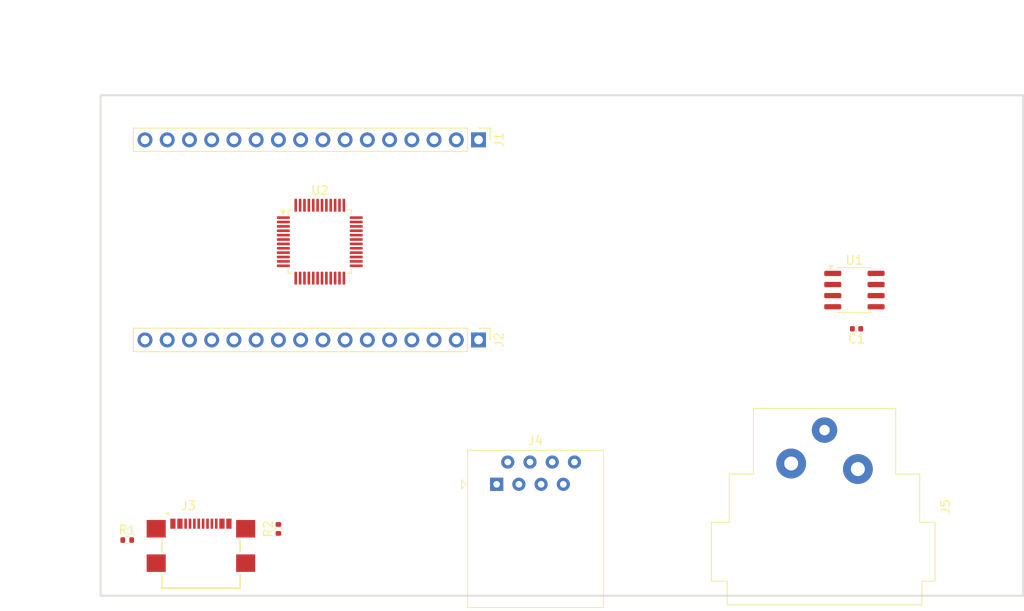
<source format=kicad_pcb>
(kicad_pcb (version 20241229) (generator "pcbnew") (generator_version "9.0")
  (layers (0 "F.Cu" signal) (2 "B.Cu" signal) (13 "F.Paste" user) (15 "B.Paste" user) (5 "F.SilkS" user "F.Silkscreen") (7 "B.SilkS" user "B.Silkscreen") (1 "F.Mask" user) (3 "B.Mask" user) (25 "Edge.Cuts" user))
  (net 0 "")
  (net 1 "Net-(U1-A)")
  (net 2 "Net-(U1-B)")
  (net 3 "TXD1")
  (net 4 "D-")
  (net 5 "Net-(J3-CC2)")
  (net 6 "Net-(J3-CC1)")
  (net 7 "D+")
  (net 8 "GND")
  (net 9 "VCC_5V")
  (net 45 "Net-(U2-AVDD-Pad11)")
  (net 54 "Net-(U2-AGND-Pad14)")
  (footprint "Resistor_SMD:R_0402_1005Metric" (layer "F.Cu") (at 105.92 123.19)
    (property "Reference" "R1" (at 0 -1.17 0) (layer "F.SilkS"))
    (property "Value" "5k1")
    (fp_line (start -0.153641 -0.38) (end 0.153641 -0.38) (stroke (width 0.12)) (layer "F.SilkS"))
    (fp_line (start -0.153641 0.38) (end 0.153641 0.38) (stroke (width 0.12)) (layer "F.SilkS"))
    (pad "1" smd roundrect (at -0.51 0) (size 0.54 0.64) (layers "F.Cu" "F.Mask" "F.Paste") (net 6 "Net-(J3-CC1)"))
    (pad "2" smd roundrect (at 0.51 0) (size 0.54 0.64) (layers "F.Cu" "F.Mask" "F.Paste") (net 8 "GND"))
  )
  (footprint "Resistor_SMD:R_0402_1005Metric" (layer "F.Cu") (at 123.19 121.92 90)
    (property "Reference" "R2" (at 0 -1.17 90) (layer "F.SilkS"))
    (property "Value" "5k1")
    (fp_line (start -0.153641 -0.38) (end 0.153641 -0.38) (stroke (width 0.12)) (layer "F.SilkS"))
    (fp_line (start -0.153641 0.38) (end 0.153641 0.38) (stroke (width 0.12)) (layer "F.SilkS"))
    (pad "1" smd roundrect (at -0.51 0 90) (size 0.54 0.64) (layers "F.Cu" "F.Mask" "F.Paste") (net 5 "Net-(J3-CC2)"))
    (pad "2" smd roundrect (at 0.51 0 90) (size 0.54 0.64) (layers "F.Cu" "F.Mask" "F.Paste") (net 8 "GND"))
  )
  (footprint "Package_SO:SOIC-8_3.9x4.9mm_P1.27mm" (layer "F.Cu") (at 188.985 94.635)
    (property "Reference" "U1" (at 0 -3.4 0) (layer "F.SilkS"))
    (property "Value" "MAX485E")
    (fp_line (start 0 -2.56) (end -1.95 -2.56) (stroke (width 0.12)) (layer "F.SilkS"))
    (fp_line (start 0 -2.56) (end 1.95 -2.56) (stroke (width 0.12)) (layer "F.SilkS"))
    (fp_line (start 0 2.56) (end -1.95 2.56) (stroke (width 0.12)) (layer "F.SilkS"))
    (fp_line (start 0 2.56) (end 1.95 2.56) (stroke (width 0.12)) (layer "F.SilkS"))
    (fp_poly (pts (xy -2.7 -2.465) (xy -2.94 -2.795) (xy -2.46 -2.795) (xy -2.7 -2.465)) (stroke (width 0.12)) (fill yes) (layer "F.SilkS"))
    (pad "1" smd roundrect (at -2.475 -1.905) (size 1.95 0.6) (layers "F.Cu" "F.Mask" "F.Paste"))
    (pad "2" smd roundrect (at -2.475 -0.635) (size 1.95 0.6) (layers "F.Cu" "F.Mask" "F.Paste") (net 9 "VCC_5V"))
    (pad "3" smd roundrect (at -2.475 0.635) (size 1.95 0.6) (layers "F.Cu" "F.Mask" "F.Paste") (net 9 "VCC_5V"))
    (pad "4" smd roundrect (at -2.475 1.905) (size 1.95 0.6) (layers "F.Cu" "F.Mask" "F.Paste") (net 3 "TXD1"))
    (pad "5" smd roundrect (at 2.475 1.905) (size 1.95 0.6) (layers "F.Cu" "F.Mask" "F.Paste") (net 8 "GND"))
    (pad "6" smd roundrect (at 2.475 0.635) (size 1.95 0.6) (layers "F.Cu" "F.Mask" "F.Paste") (net 1 "Net-(U1-A)"))
    (pad "7" smd roundrect (at 2.475 -0.635) (size 1.95 0.6) (layers "F.Cu" "F.Mask" "F.Paste") (net 2 "Net-(U1-B)"))
    (pad "8" smd roundrect (at 2.475 -1.905) (size 1.95 0.6) (layers "F.Cu" "F.Mask" "F.Paste") (net 9 "VCC_5V"))
  )
  (footprint "Connector_Audio:Jack_XLR_Neutrik_NC3FAH1_Horizontal" (layer "F.Cu") (at 189.38 115.08 -90)
    (property "Reference" "J5" (at 4.3 -10 90) (layer "F.SilkS"))
    (property "Value" "NC3FAH1")
    (fp_line (start 6.08 16.73) (end 6.08 14.68) (stroke (width 0.12)) (layer "F.SilkS"))
    (fp_line (start 12.82 16.73) (end 6.08 16.73) (stroke (width 0.12)) (layer "F.SilkS"))
    (fp_line (start 12.82 14.93) (end 12.82 16.73) (stroke (width 0.12)) (layer "F.SilkS"))
    (fp_line (start 12.82 14.93) (end 15.52 14.93) (stroke (width 0.12)) (layer "F.SilkS"))
    (fp_line (start 6.08 14.68) (end 0.58 14.68) (stroke (width 0.12)) (layer "F.SilkS"))
    (fp_line (start 0.58 11.93) (end 0.58 14.68) (stroke (width 0.12)) (layer "F.SilkS"))
    (fp_line (start 0.58 11.93) (end -6.92 11.93) (stroke (width 0.12)) (layer "F.SilkS"))
    (fp_line (start -6.92 -4.31) (end -6.92 11.93) (stroke (width 0.12)) (layer "F.SilkS"))
    (fp_line (start 0.58 -4.31) (end -6.92 -4.31) (stroke (width 0.12)) (layer "F.SilkS"))
    (fp_line (start 0.58 -7.06) (end 0.58 -4.31) (stroke (width 0.12)) (layer "F.SilkS"))
    (fp_line (start 6.08 -7.06) (end 0.58 -7.06) (stroke (width 0.12)) (layer "F.SilkS"))
    (fp_line (start 6.08 -7.06) (end 6.08 -8.81) (stroke (width 0.12)) (layer "F.SilkS"))
    (fp_line (start 12.82 -7.31) (end 15.52 -7.31) (stroke (width 0.12)) (layer "F.SilkS"))
    (fp_line (start 15.52 -7.31) (end 15.52 14.93) (stroke (width 0.12)) (layer "F.SilkS"))
    (fp_line (start 12.82 -8.81) (end 12.82 -7.31) (stroke (width 0.12)) (layer "F.SilkS"))
    (fp_line (start 12.82 -8.81) (end 6.08 -8.81) (stroke (width 0.12)) (layer "F.SilkS"))
    (pad "" np_thru_hole circle (at 3.81 7.62 270) (size 1.6 1.6) (drill 1.6) (layers "*.Cu" "*.Mask"))
    (pad "" np_thru_hole circle (at 8.89 0 270) (size 1.6 1.6) (drill 1.6) (layers "*.Cu" "*.Mask"))
    (pad "1" thru_hole circle (at 0 0 270) (size 3.4 3.4) (drill 1.6) (layers "*.Cu" "*.Mask") (net 8 "GND"))
    (pad "2" thru_hole circle (at -0.635 7.62 270) (size 3.4 3.4) (drill 1.6) (layers "*.Cu" "*.Mask") (net 2 "Net-(U1-B)"))
    (pad "3" thru_hole circle (at -4.45 3.81 270) (size 2.9 2.9) (drill 1.2) (layers "*.Cu" "*.Mask") (net 1 "Net-(U1-A)"))
  )
  (footprint "Capacitor_SMD:C_0402_1005Metric" (layer "F.Cu") (at 189.23 99.06 180)
    (property "Reference" "C1" (at 0 -1.16 0) (layer "F.SilkS"))
    (property "Value" "0u1F")
    (fp_line (start -0.107836 0.36) (end 0.107836 0.36) (stroke (width 0.12)) (layer "F.SilkS"))
    (fp_line (start -0.107836 -0.36) (end 0.107836 -0.36) (stroke (width 0.12)) (layer "F.SilkS"))
    (pad "1" smd roundrect (at -0.48 0 180) (size 0.56 0.62) (layers "F.Cu" "F.Mask" "F.Paste") (net 9 "VCC_5V"))
    (pad "2" smd roundrect (at 0.48 0 180) (size 0.56 0.62) (layers "F.Cu" "F.Mask" "F.Paste") (net 8 "GND"))
  )
  (footprint "footprints:GCT_USB4110GFA" (layer "F.Cu") (at 114.34 122.3975)
    (property "Reference" "J3" (at -1.425 -3.135 0) (layer "F.SilkS"))
    (property "Value" "USB4110GFA")
    (fp_line (start -4.47 0.86) (end -4.47 2.07) (stroke (width 0.2)) (layer "F.SilkS"))
    (fp_line (start -4.47 4.79) (end -4.47 6.28) (stroke (width 0.2)) (layer "F.SilkS"))
    (fp_line (start -4.47 6.28) (end 4.47 6.28) (stroke (width 0.2)) (layer "F.SilkS"))
    (fp_line (start 4.47 0.86) (end 4.47 2.07) (stroke (width 0.2)) (layer "F.SilkS"))
    (fp_line (start 4.47 6.28) (end 4.47 4.79) (stroke (width 0.2)) (layer "F.SilkS"))
    (fp_circle (center -3.78 -2.23) (end -3.68 -2.23) (stroke (width 0.2)) (fill no) (layer "F.SilkS"))
    (pad "" np_thru_hole circle (at -2.89 0) (size 0.65 0.65) (drill 0.65) (layers "*.Cu" "*.Mask"))
    (pad "" np_thru_hole circle (at 2.89 0) (size 0.65 0.65) (drill 0.65) (layers "*.Cu" "*.Mask"))
    (pad "A1/B12" smd rect (at -3.2 -1.075) (size 0.6 1.15) (layers "F.Cu" "F.Mask" "F.Paste") (net 8 "GND"))
    (pad "A4/B9" smd rect (at -2.4 -1.075) (size 0.6 1.15) (layers "F.Cu" "F.Mask" "F.Paste") (net 9 "VCC_5V"))
    (pad "A5" smd rect (at -1.25 -1.075) (size 0.3 1.15) (layers "F.Cu" "F.Mask" "F.Paste") (net 6 "Net-(J3-CC1)"))
    (pad "A6" smd rect (at -0.25 -1.075) (size 0.3 1.15) (layers "F.Cu" "F.Mask" "F.Paste") (net 7 "D+"))
    (pad "A7" smd rect (at 0.25 -1.075) (size 0.3 1.15) (layers "F.Cu" "F.Mask" "F.Paste") (net 4 "D-"))
    (pad "A8" smd rect (at 1.25 -1.075) (size 0.3 1.15) (layers "F.Cu" "F.Mask" "F.Paste"))
    (pad "B1/A12" smd rect (at 3.2 -1.075) (size 0.6 1.15) (layers "F.Cu" "F.Mask" "F.Paste") (net 8 "GND"))
    (pad "B4/A9" smd rect (at 2.4 -1.075) (size 0.6 1.15) (layers "F.Cu" "F.Mask" "F.Paste") (net 9 "VCC_5V"))
    (pad "B5" smd rect (at 1.75 -1.075) (size 0.3 1.15) (layers "F.Cu" "F.Mask" "F.Paste") (net 5 "Net-(J3-CC2)"))
    (pad "B6" smd rect (at 0.75 -1.075) (size 0.3 1.15) (layers "F.Cu" "F.Mask" "F.Paste") (net 7 "D+"))
    (pad "B7" smd rect (at -0.75 -1.075) (size 0.3 1.15) (layers "F.Cu" "F.Mask" "F.Paste") (net 4 "D-"))
    (pad "B8" smd rect (at -1.75 -1.075) (size 0.3 1.15) (layers "F.Cu" "F.Mask" "F.Paste"))
    (pad "S1" smd rect (at -5.11 -0.5) (size 2.18 2) (layers "F.Cu" "F.Mask" "F.Paste") (net 8 "GND"))
    (pad "S2" smd rect (at 5.11 -0.5) (size 2.18 2) (layers "F.Cu" "F.Mask" "F.Paste") (net 8 "GND"))
    (pad "S3" smd rect (at -5.11 3.43) (size 2.18 2) (layers "F.Cu" "F.Mask" "F.Paste") (net 8 "GND"))
    (pad "S4" smd rect (at 5.11 3.43) (size 2.18 2) (layers "F.Cu" "F.Mask" "F.Paste") (net 8 "GND"))
  )
  (footprint "Connector_PinHeader_2.54mm:PinHeader_1x16_P2.54mm_Vertical" (layer "F.Cu") (at 146.05 77.47 -90)
    (property "Reference" "J1" (at 0 -2.33 90) (layer "F.SilkS"))
    (property "Value" "Conn_01x16_Socket")
    (fp_line (start -1.33 39.43) (end 1.33 39.43) (stroke (width 0.12)) (layer "F.SilkS"))
    (fp_line (start -1.33 1.27) (end -1.33 39.43) (stroke (width 0.12)) (layer "F.SilkS"))
    (fp_line (start -1.33 1.27) (end 1.33 1.27) (stroke (width 0.12)) (layer "F.SilkS"))
    (fp_line (start 1.33 1.27) (end 1.33 39.43) (stroke (width 0.12)) (layer "F.SilkS"))
    (fp_line (start -1.33 0) (end -1.33 -1.33) (stroke (width 0.12)) (layer "F.SilkS"))
    (fp_line (start -1.33 -1.33) (end 0 -1.33) (stroke (width 0.12)) (layer "F.SilkS"))
    (pad "1" thru_hole rect (at 0 0 270) (size 1.7 1.7) (drill 1) (layers "*.Cu" "*.Mask") (net 8 "GND"))
    (pad "2" thru_hole oval (at 0 2.54 270) (size 1.7 1.7) (drill 1) (layers "*.Cu" "*.Mask"))
    (pad "3" thru_hole oval (at 0 5.08 270) (size 1.7 1.7) (drill 1) (layers "*.Cu" "*.Mask"))
    (pad "4" thru_hole oval (at 0 7.62 270) (size 1.7 1.7) (drill 1) (layers "*.Cu" "*.Mask"))
    (pad "5" thru_hole oval (at 0 10.16 270) (size 1.7 1.7) (drill 1) (layers "*.Cu" "*.Mask") (net 8 "GND"))
    (pad "6" thru_hole oval (at 0 12.7 270) (size 1.7 1.7) (drill 1) (layers "*.Cu" "*.Mask"))
    (pad "7" thru_hole oval (at 0 15.24 270) (size 1.7 1.7) (drill 1) (layers "*.Cu" "*.Mask") (net 8 "GND"))
    (pad "8" thru_hole oval (at 0 17.78 270) (size 1.7 1.7) (drill 1) (layers "*.Cu" "*.Mask"))
    (pad "9" thru_hole oval (at 0 20.32 270) (size 1.7 1.7) (drill 1) (layers "*.Cu" "*.Mask"))
    (pad "10" thru_hole oval (at 0 22.86 270) (size 1.7 1.7) (drill 1) (layers "*.Cu" "*.Mask"))
    (pad "11" thru_hole oval (at 0 25.4 270) (size 1.7 1.7) (drill 1) (layers "*.Cu" "*.Mask") (net 8 "GND"))
    (pad "12" thru_hole oval (at 0 27.94 270) (size 1.7 1.7) (drill 1) (layers "*.Cu" "*.Mask") (net 3 "TXD1"))
    (pad "13" thru_hole oval (at 0 30.48 270) (size 1.7 1.7) (drill 1) (layers "*.Cu" "*.Mask"))
    (pad "14" thru_hole oval (at 0 33.02 270) (size 1.7 1.7) (drill 1) (layers "*.Cu" "*.Mask") (net 8 "GND"))
    (pad "15" thru_hole oval (at 0 35.56 270) (size 1.7 1.7) (drill 1) (layers "*.Cu" "*.Mask"))
    (pad "16" thru_hole oval (at 0 38.1 270) (size 1.7 1.7) (drill 1) (layers "*.Cu" "*.Mask"))
  )
  (footprint "Package_QFP:LQFP-48_7x7mm_P0.5mm" (layer "F.Cu") (at 127.9175 89.11)
    (property "Reference" "U2" (at 0 -5.85 0) (layer "F.SilkS"))
    (property "Value" "W5500")
    (fp_line (start -3.61 -3.61) (end -3.61 -3.16) (stroke (width 0.12)) (layer "F.SilkS"))
    (fp_line (start -3.61 3.61) (end -3.61 3.16) (stroke (width 0.12)) (layer "F.SilkS"))
    (fp_line (start -3.16 -3.61) (end -3.61 -3.61) (stroke (width 0.12)) (layer "F.SilkS"))
    (fp_line (start -3.16 3.61) (end -3.61 3.61) (stroke (width 0.12)) (layer "F.SilkS"))
    (fp_line (start 3.16 -3.61) (end 3.61 -3.61) (stroke (width 0.12)) (layer "F.SilkS"))
    (fp_line (start 3.16 3.61) (end 3.61 3.61) (stroke (width 0.12)) (layer "F.SilkS"))
    (fp_line (start 3.61 -3.61) (end 3.61 -3.16) (stroke (width 0.12)) (layer "F.SilkS"))
    (fp_line (start 3.61 3.61) (end 3.61 3.16) (stroke (width 0.12)) (layer "F.SilkS"))
    (fp_poly (pts (xy -4.2 -3.16) (xy -4.54 -3.63) (xy -3.86 -3.63) (xy -4.2 -3.16)) (stroke (width 0.12)) (fill yes) (layer "F.SilkS"))
    (pad "1" smd roundrect (at -4.1625 -2.75) (size 1.475 0.3) (layers "F.Cu" "F.Mask" "F.Paste"))
    (pad "2" smd roundrect (at -4.1625 -2.25) (size 1.475 0.3) (layers "F.Cu" "F.Mask" "F.Paste"))
    (pad "3" smd roundrect (at -4.1625 -1.75) (size 1.475 0.3) (layers "F.Cu" "F.Mask" "F.Paste") (net 54 "Net-(U2-AGND-Pad14)"))
    (pad "4" smd roundrect (at -4.1625 -1.25) (size 1.475 0.3) (layers "F.Cu" "F.Mask" "F.Paste") (net 45 "Net-(U2-AVDD-Pad11)"))
    (pad "5" smd roundrect (at -4.1625 -0.75) (size 1.475 0.3) (layers "F.Cu" "F.Mask" "F.Paste"))
    (pad "6" smd roundrect (at -4.1625 -0.25) (size 1.475 0.3) (layers "F.Cu" "F.Mask" "F.Paste"))
    (pad "7" smd roundrect (at -4.1625 0.25) (size 1.475 0.3) (layers "F.Cu" "F.Mask" "F.Paste"))
    (pad "8" smd roundrect (at -4.1625 0.75) (size 1.475 0.3) (layers "F.Cu" "F.Mask" "F.Paste") (net 45 "Net-(U2-AVDD-Pad11)"))
    (pad "9" smd roundrect (at -4.1625 1.25) (size 1.475 0.3) (layers "F.Cu" "F.Mask" "F.Paste") (net 54 "Net-(U2-AGND-Pad14)"))
    (pad "10" smd roundrect (at -4.1625 1.75) (size 1.475 0.3) (layers "F.Cu" "F.Mask" "F.Paste"))
    (pad "11" smd roundrect (at -4.1625 2.25) (size 1.475 0.3) (layers "F.Cu" "F.Mask" "F.Paste") (net 45 "Net-(U2-AVDD-Pad11)"))
    (pad "12" smd roundrect (at -4.1625 2.75) (size 1.475 0.3) (layers "F.Cu" "F.Mask" "F.Paste"))
    (pad "13" smd roundrect (at -2.75 4.1625) (size 0.3 1.475) (layers "F.Cu" "F.Mask" "F.Paste"))
    (pad "14" smd roundrect (at -2.25 4.1625) (size 0.3 1.475) (layers "F.Cu" "F.Mask" "F.Paste") (net 54 "Net-(U2-AGND-Pad14)"))
    (pad "15" smd roundrect (at -1.75 4.1625) (size 0.3 1.475) (layers "F.Cu" "F.Mask" "F.Paste") (net 45 "Net-(U2-AVDD-Pad11)"))
    (pad "16" smd roundrect (at -1.25 4.1625) (size 0.3 1.475) (layers "F.Cu" "F.Mask" "F.Paste") (net 54 "Net-(U2-AGND-Pad14)"))
    (pad "17" smd roundrect (at -0.75 4.1625) (size 0.3 1.475) (layers "F.Cu" "F.Mask" "F.Paste") (net 45 "Net-(U2-AVDD-Pad11)"))
    (pad "18" smd roundrect (at -0.25 4.1625) (size 0.3 1.475) (layers "F.Cu" "F.Mask" "F.Paste"))
    (pad "19" smd roundrect (at 0.25 4.1625) (size 0.3 1.475) (layers "F.Cu" "F.Mask" "F.Paste") (net 54 "Net-(U2-AGND-Pad14)"))
    (pad "20" smd roundrect (at 0.75 4.1625) (size 0.3 1.475) (layers "F.Cu" "F.Mask" "F.Paste"))
    (pad "21" smd roundrect (at 1.25 4.1625) (size 0.3 1.475) (layers "F.Cu" "F.Mask" "F.Paste") (net 45 "Net-(U2-AVDD-Pad11)"))
    (pad "22" smd roundrect (at 1.75 4.1625) (size 0.3 1.475) (layers "F.Cu" "F.Mask" "F.Paste"))
    (pad "23" smd roundrect (at 2.25 4.1625) (size 0.3 1.475) (layers "F.Cu" "F.Mask" "F.Paste"))
    (pad "24" smd roundrect (at 2.75 4.1625) (size 0.3 1.475) (layers "F.Cu" "F.Mask" "F.Paste"))
    (pad "25" smd roundrect (at 4.1625 2.75) (size 1.475 0.3) (layers "F.Cu" "F.Mask" "F.Paste"))
    (pad "26" smd roundrect (at 4.1625 2.25) (size 1.475 0.3) (layers "F.Cu" "F.Mask" "F.Paste"))
    (pad "27" smd roundrect (at 4.1625 1.75) (size 1.475 0.3) (layers "F.Cu" "F.Mask" "F.Paste"))
    (pad "28" smd roundrect (at 4.1625 1.25) (size 1.475 0.3) (layers "F.Cu" "F.Mask" "F.Paste"))
    (pad "29" smd roundrect (at 4.1625 0.75) (size 1.475 0.3) (layers "F.Cu" "F.Mask" "F.Paste"))
    (pad "30" smd roundrect (at 4.1625 0.25) (size 1.475 0.3) (layers "F.Cu" "F.Mask" "F.Paste"))
    (pad "31" smd roundrect (at 4.1625 -0.25) (size 1.475 0.3) (layers "F.Cu" "F.Mask" "F.Paste"))
    (pad "32" smd roundrect (at 4.1625 -0.75) (size 1.475 0.3) (layers "F.Cu" "F.Mask" "F.Paste"))
    (pad "33" smd roundrect (at 4.1625 -1.25) (size 1.475 0.3) (layers "F.Cu" "F.Mask" "F.Paste"))
    (pad "34" smd roundrect (at 4.1625 -1.75) (size 1.475 0.3) (layers "F.Cu" "F.Mask" "F.Paste"))
    (pad "35" smd roundrect (at 4.1625 -2.25) (size 1.475 0.3) (layers "F.Cu" "F.Mask" "F.Paste"))
    (pad "36" smd roundrect (at 4.1625 -2.75) (size 1.475 0.3) (layers "F.Cu" "F.Mask" "F.Paste"))
    (pad "37" smd roundrect (at 2.75 -4.1625) (size 0.3 1.475) (layers "F.Cu" "F.Mask" "F.Paste"))
    (pad "38" smd roundrect (at 2.25 -4.1625) (size 0.3 1.475) (layers "F.Cu" "F.Mask" "F.Paste"))
    (pad "39" smd roundrect (at 1.75 -4.1625) (size 0.3 1.475) (layers "F.Cu" "F.Mask" "F.Paste"))
    (pad "40" smd roundrect (at 1.25 -4.1625) (size 0.3 1.475) (layers "F.Cu" "F.Mask" "F.Paste"))
    (pad "41" smd roundrect (at 0.75 -4.1625) (size 0.3 1.475) (layers "F.Cu" "F.Mask" "F.Paste"))
    (pad "42" smd roundrect (at 0.25 -4.1625) (size 0.3 1.475) (layers "F.Cu" "F.Mask" "F.Paste"))
    (pad "43" smd roundrect (at -0.25 -4.1625) (size 0.3 1.475) (layers "F.Cu" "F.Mask" "F.Paste"))
    (pad "44" smd roundrect (at -0.75 -4.1625) (size 0.3 1.475) (layers "F.Cu" "F.Mask" "F.Paste"))
    (pad "45" smd roundrect (at -1.25 -4.1625) (size 0.3 1.475) (layers "F.Cu" "F.Mask" "F.Paste"))
    (pad "46" smd roundrect (at -1.75 -4.1625) (size 0.3 1.475) (layers "F.Cu" "F.Mask" "F.Paste"))
    (pad "47" smd roundrect (at -2.25 -4.1625) (size 0.3 1.475) (layers "F.Cu" "F.Mask" "F.Paste"))
    (pad "48" smd roundrect (at -2.75 -4.1625) (size 0.3 1.475) (layers "F.Cu" "F.Mask" "F.Paste") (net 54 "Net-(U2-AGND-Pad14)"))
  )
  (footprint "Connector_RJ:RJ45_Amphenol_54602-x08_Horizontal" (layer "F.Cu") (at 148.1175 116.82)
    (property "Reference" "J4" (at 4.445 -5 0) (layer "F.SilkS"))
    (property "Value" "RJ45")
    (fp_line (start -4 -0.5) (end -4 0.5) (stroke (width 0.12)) (layer "F.SilkS"))
    (fp_line (start -4 0.5) (end -3.5 0) (stroke (width 0.12)) (layer "F.SilkS"))
    (fp_line (start -3.5 0) (end -4 -0.5) (stroke (width 0.12)) (layer "F.SilkS"))
    (fp_line (start -3.315 -3.88) (end -3.315 14.08) (stroke (width 0.12)) (layer "F.SilkS"))
    (fp_line (start -3.315 14.08) (end 12.205 14.08) (stroke (width 0.12)) (layer "F.SilkS"))
    (fp_line (start 12.205 -3.88) (end -3.315 -3.88) (stroke (width 0.12)) (layer "F.SilkS"))
    (fp_line (start 12.205 -3.88) (end 12.205 14.08) (stroke (width 0.12)) (layer "F.SilkS"))
    (pad "" np_thru_hole circle (at -1.27 6.35) (size 3.2 3.2) (drill 3.2) (layers "*.Cu" "*.Mask"))
    (pad "" np_thru_hole circle (at 10.16 6.35) (size 3.2 3.2) (drill 3.2) (layers "*.Cu" "*.Mask"))
    (pad "1" thru_hole rect (at 0 0) (size 1.5 1.5) (drill 0.76) (layers "*.Cu" "*.Mask"))
    (pad "2" thru_hole circle (at 1.27 -2.54) (size 1.5 1.5) (drill 0.76) (layers "*.Cu" "*.Mask"))
    (pad "3" thru_hole circle (at 2.54 0) (size 1.5 1.5) (drill 0.76) (layers "*.Cu" "*.Mask"))
    (pad "4" thru_hole circle (at 3.81 -2.54) (size 1.5 1.5) (drill 0.76) (layers "*.Cu" "*.Mask"))
    (pad "5" thru_hole circle (at 5.08 0) (size 1.5 1.5) (drill 0.76) (layers "*.Cu" "*.Mask"))
    (pad "6" thru_hole circle (at 6.35 -2.54) (size 1.5 1.5) (drill 0.76) (layers "*.Cu" "*.Mask"))
    (pad "7" thru_hole circle (at 7.62 0) (size 1.5 1.5) (drill 0.76) (layers "*.Cu" "*.Mask"))
    (pad "8" thru_hole circle (at 8.89 -2.54) (size 1.5 1.5) (drill 0.76) (layers "*.Cu" "*.Mask"))
  )
  (footprint "Connector_PinHeader_2.54mm:PinHeader_1x16_P2.54mm_Vertical" (layer "F.Cu") (at 146.05 100.33 -90)
    (property "Reference" "J2" (at 0 -2.33 90) (layer "F.SilkS"))
    (property "Value" "Conn_01x16_Socket")
    (fp_line (start -1.33 39.43) (end 1.33 39.43) (stroke (width 0.12)) (layer "F.SilkS"))
    (fp_line (start -1.33 1.27) (end -1.33 39.43) (stroke (width 0.12)) (layer "F.SilkS"))
    (fp_line (start -1.33 1.27) (end 1.33 1.27) (stroke (width 0.12)) (layer "F.SilkS"))
    (fp_line (start 1.33 1.27) (end 1.33 39.43) (stroke (width 0.12)) (layer "F.SilkS"))
    (fp_line (start -1.33 0) (end -1.33 -1.33) (stroke (width 0.12)) (layer "F.SilkS"))
    (fp_line (start -1.33 -1.33) (end 0 -1.33) (stroke (width 0.12)) (layer "F.SilkS"))
    (pad "1" thru_hole rect (at 0 0 270) (size 1.7 1.7) (drill 1) (layers "*.Cu" "*.Mask") (net 8 "GND"))
    (pad "2" thru_hole oval (at 0 2.54 270) (size 1.7 1.7) (drill 1) (layers "*.Cu" "*.Mask") (net 8 "GND"))
    (pad "3" thru_hole oval (at 0 5.08 270) (size 1.7 1.7) (drill 1) (layers "*.Cu" "*.Mask"))
    (pad "4" thru_hole oval (at 0 7.62 270) (size 1.7 1.7) (drill 1) (layers "*.Cu" "*.Mask"))
    (pad "5" thru_hole oval (at 0 10.16 270) (size 1.7 1.7) (drill 1) (layers "*.Cu" "*.Mask"))
    (pad "6" thru_hole oval (at 0 12.7 270) (size 1.7 1.7) (drill 1) (layers "*.Cu" "*.Mask"))
    (pad "7" thru_hole oval (at 0 15.24 270) (size 1.7 1.7) (drill 1) (layers "*.Cu" "*.Mask"))
    (pad "8" thru_hole oval (at 0 17.78 270) (size 1.7 1.7) (drill 1) (layers "*.Cu" "*.Mask"))
    (pad "9" thru_hole oval (at 0 20.32 270) (size 1.7 1.7) (drill 1) (layers "*.Cu" "*.Mask"))
    (pad "10" thru_hole oval (at 0 22.86 270) (size 1.7 1.7) (drill 1) (layers "*.Cu" "*.Mask"))
    (pad "11" thru_hole oval (at 0 25.4 270) (size 1.7 1.7) (drill 1) (layers "*.Cu" "*.Mask"))
    (pad "12" thru_hole oval (at 0 27.94 270) (size 1.7 1.7) (drill 1) (layers "*.Cu" "*.Mask") (net 8 "GND"))
    (pad "13" thru_hole oval (at 0 30.48 270) (size 1.7 1.7) (drill 1) (layers "*.Cu" "*.Mask") (net 9 "VCC_5V"))
    (pad "14" thru_hole oval (at 0 33.02 270) (size 1.7 1.7) (drill 1) (layers "*.Cu" "*.Mask") (net 7 "D+"))
    (pad "15" thru_hole oval (at 0 35.56 270) (size 1.7 1.7) (drill 1) (layers "*.Cu" "*.Mask") (net 4 "D-"))
    (pad "16" thru_hole oval (at 0 38.1 270) (size 1.7 1.7) (drill 1) (layers "*.Cu" "*.Mask") (net 8 "GND"))
  )
  (gr_rect (start 102.87 72.39) (end 208.28 129.54) (stroke (width 0.2)) (fill no) (layer "Edge.Cuts"))
)
</source>
